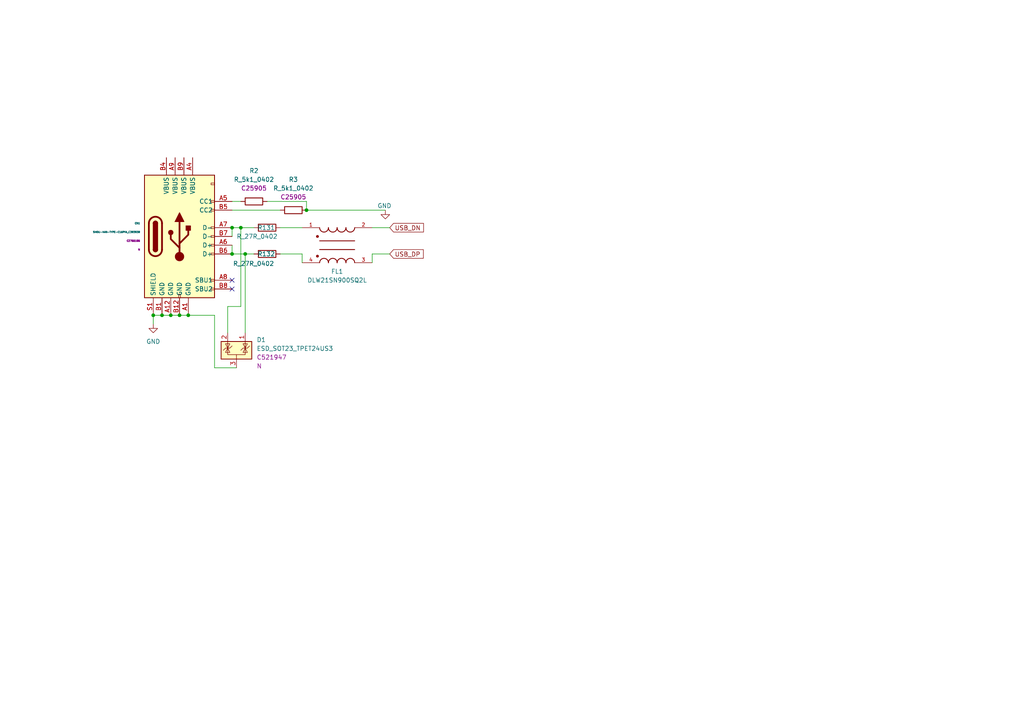
<source format=kicad_sch>
(kicad_sch (version 20250114) (generator "eeschema") (generator_version "9.0")
  (paper "A4")
  (lib_symbols
    (symbol "Skrubis:ESD_SOT23_TPET24US3" (pin_names (hide yes))
      (property "Reference" "D?" (at 6.35 1.2701 0))
      (property "Value" "ESD_SOT23_TPET24US3" (at 6.35 -1.2699 0))
      (property "LCSC" "C521947" (at 10.16 5.08 0))
      (property "STOCK" "N" (at 0 0 0))
      (symbol "ESD_SOT23_TPET24US3_0_0"
        (pin passive line (at 0 -5.08 90) (length 2.54) (name "A") (number "3"))
      )
      (symbol "ESD_SOT23_TPET24US3_0_1"
        (rectangle (start -4.445 2.54) (end 4.445 -2.54) (stroke (width 0.254)) (fill (type background)))
        (polyline (pts (xy -3.81 1.27) (xy -3.175 0.635) (xy -1.905 0.635) (xy -1.27 0)))
        (polyline (pts (xy -2.54 2.54) (xy -2.54 0.635)))
        (polyline (pts (xy -2.54 0.635) (xy -2.54 -1.27) (xy 2.54 -1.27) (xy 2.54 0.635)))
        (polyline (pts (xy -2.54 0.635) (xy -1.905 -0.635) (xy -3.175 -0.635) (xy -2.54 0.635)))
        (polyline (pts (xy -2.54 0.635) (xy -3.175 1.905) (xy -1.905 1.905) (xy -2.54 0.635) (xy -2.54 1.27)))
        (polyline (pts (xy 0 -1.27) (xy 0 -2.54)))
        (polyline (pts (xy 1.27 1.27) (xy 1.905 0.635) (xy 2.54 0.635) (xy 3.175 0.635) (xy 3.81 0)))
        (polyline (pts (xy 2.54 2.54) (xy 2.54 0.635)))
        (polyline (pts (xy 2.54 0.635) (xy 1.905 -0.635) (xy 3.175 -0.635) (xy 2.54 0.635)))
        (polyline (pts (xy 2.54 0.635) (xy 3.175 1.905) (xy 1.905 1.905) (xy 2.54 0.635)))
      )
      (symbol "ESD_SOT23_TPET24US3_1_1"
        (pin passive line (at -2.54 5.08 270) (length 2.54) (name "K") (number "1"))
        (pin passive line (at 2.54 5.08 270) (length 2.54) (name "K") (number "2"))
      )
    )
    (symbol "Skrubis:R_1M_0603" (pin_numbers (hide yes)) (pin_names (offset 0))
      (property "Reference" "R?" (at 0 8.89 90))
      (property "Value" "R_1M_0603" (at 0 6.35 90))
      (property "LCSC" "C3017671" (at 0 3.81 90))
      (property "STOCK" "N" (at 0 0 0))
      (symbol "R_1M_0603_0_1"
        (rectangle (start -1.016 -2.54) (end 1.016 2.54) (stroke (width 0.254)))
      )
      (symbol "R_1M_0603_1_1"
        (pin passive line (at 0 3.81 270) (length 1.27) (name "~") (number "1"))
        (pin passive line (at 0 -3.81 90) (length 1.27) (name "~") (number "2"))
      )
    )
    (symbol "Skrubis:R_5k1_0603" (pin_numbers (hide yes)) (pin_names (offset 0))
      (property "Reference" "R?" (at 2.54 1.2701 0))
      (property "Value" "R_5k1_0603" (at 2.54 -1.2699 0))
      (property "LCSC" "C2907044" (at 0 0 0))
      (symbol "R_5k1_0603_0_1"
        (rectangle (start -1.016 -2.54) (end 1.016 2.54) (stroke (width 0.254)))
      )
      (symbol "R_5k1_0603_1_1"
        (pin passive line (at 0 3.81 270) (length 1.27) (name "~") (number "1"))
        (pin passive line (at 0 -3.81 90) (length 1.27) (name "~") (number "2"))
      )
    )
    (symbol "Skrubis:SHOU-HAN-TYPE-C16PIN_C393939"
      (property "Reference" "CN" (at -15.24 0 90))
      (property "Value" "SHOU-HAN-TYPE-C16PIN_C393939" (at -12.7 1.27 90))
      (property "LCSC" "C393939" (at 8.89 19.05 0))
      (property "Stock" "N" (at 10.16 16.51 0))
      (symbol "SHOU-HAN-TYPE-C16PIN_C393939_0_0"
        (rectangle (start -1.524 -17.78) (end -1.016 -16.764))
        (rectangle (start 8.89 15.494) (end 7.874 14.986))
        (rectangle (start 8.89 10.414) (end 7.874 9.906))
        (rectangle (start 8.89 7.874) (end 7.874 7.366))
        (rectangle (start 8.89 2.794) (end 7.874 2.286))
        (rectangle (start 8.89 0.254) (end 7.874 -0.254))
        (rectangle (start 8.89 -2.286) (end 7.874 -2.794))
        (rectangle (start 8.89 -4.826) (end 7.874 -5.334))
        (rectangle (start 8.89 -12.446) (end 7.874 -12.954))
        (rectangle (start 8.89 -14.986) (end 7.874 -15.494))
      )
      (symbol "SHOU-HAN-TYPE-C16PIN_C393939_0_1"
        (rectangle (start -11.43 17.78) (end 8.89 -17.78) (stroke (width 0.254)) (fill (type background)))
        (polyline (pts (xy -10.16 -3.81) (xy -10.16 3.81)) (stroke (width 0.508)))
        (rectangle (start -8.89 -3.81) (end -7.62 3.81) (stroke (width 0.254)) (fill (type outline)))
        (arc (start -8.89 3.81) (mid -8.255 4.4422) (end -7.62 3.81) (stroke (width 0.254)))
        (arc (start -8.89 3.81) (mid -8.255 4.4422) (end -7.62 3.81) (stroke (width 0.254)) (fill (type outline)))
        (arc (start -10.16 3.81) (mid -8.255 5.7066) (end -6.35 3.81) (stroke (width 0.508)))
        (arc (start -6.35 -3.81) (mid -8.255 -5.7066) (end -10.16 -3.81) (stroke (width 0.508)))
        (arc (start -7.62 -3.81) (mid -8.255 -4.4422) (end -8.89 -3.81) (stroke (width 0.254)))
        (arc (start -7.62 -3.81) (mid -8.255 -4.4422) (end -8.89 -3.81) (stroke (width 0.254)) (fill (type outline)))
        (polyline (pts (xy -6.35 3.81) (xy -6.35 -3.81)) (stroke (width 0.508)))
        (circle (center -3.81 1.143) (radius 0.635) (stroke (width 0.254)) (fill (type outline)))
        (polyline (pts (xy -2.54 4.318) (xy -1.27 6.858) (xy 0 4.318) (xy -2.54 4.318)) (stroke (width 0.254)) (fill (type outline)))
        (polyline (pts (xy -1.27 -2.032) (xy 1.27 0.508) (xy 1.27 1.778)) (stroke (width 0.508)))
        (polyline (pts (xy -1.27 -3.302) (xy -3.81 -0.762) (xy -3.81 0.508)) (stroke (width 0.508)))
        (circle (center -1.27 -5.842) (radius 1.27) (fill (type outline)))
        (polyline (pts (xy -1.27 -5.842) (xy -1.27 4.318)) (stroke (width 0.508)))
        (rectangle (start 0.635 1.778) (end 1.905 3.048) (stroke (width 0.254)) (fill (type outline)))
      )
      (symbol "SHOU-HAN-TYPE-C16PIN_C393939_1_1"
        (pin passive line (at -8.89 -22.86 90) (length 5.08) (name "SHIELD") (number "S1"))
        (pin passive line (at -6.35 -22.86 90) (length 5.08) (name "GND") (number "B1"))
        (pin passive line (at -5.08 22.86 270) (length 5.08) (name "VBUS") (number "B4"))
        (pin passive line (at -3.81 -22.86 90) (length 5.08) (name "GND") (number "A12"))
        (pin passive line (at -2.54 22.86 270) (length 5.08) (name "VBUS") (number "A9"))
        (pin passive line (at -1.27 -22.86 90) (length 5.08) (name "GND") (number "B12"))
        (pin passive line (at 0 22.86 270) (length 5.08) (name "VBUS") (number "B9"))
        (pin passive line (at 1.27 -22.86 90) (length 5.08) (name "GND") (number "A1"))
        (pin passive line (at 2.54 22.86 270) (length 5.08) (name "VBUS") (number "A4"))
        (pin bidirectional line (at 13.97 10.16 180) (length 5.08) (name "CC1") (number "A5"))
        (pin bidirectional line (at 13.97 7.62 180) (length 5.08) (name "CC2") (number "B5"))
        (pin bidirectional line (at 13.97 2.54 180) (length 5.08) (name "D-") (number "A7"))
        (pin bidirectional line (at 13.97 0 180) (length 5.08) (name "D-") (number "B7"))
        (pin bidirectional line (at 13.97 -2.54 180) (length 5.08) (name "D+") (number "A6"))
        (pin bidirectional line (at 13.97 -5.08 180) (length 5.08) (name "D+") (number "B6"))
        (pin bidirectional line (at 13.97 -12.7 180) (length 5.08) (name "SBU1") (number "A8"))
        (pin bidirectional line (at 13.97 -15.24 180) (length 5.08) (name "SBU2") (number "B8"))
      )
    )
    (symbol "power:GND" (power) (pin_names (offset 0))
      (property "Value" "GND" (at 0 -3.81 0))
      (symbol "GND_0_1"
        (polyline (pts (xy 0 0) (xy 0 -1.27) (xy 1.27 -1.27) (xy 0 -2.54) (xy -1.27 -1.27) (xy 0 -1.27)))
      )
      (symbol "GND_1_1"
        (pin power_in line (at 0 0 270) (length 0) (hide yes) (name "GND") (number "1"))
      )
    )
    (symbol "sensehalo:DLW21SN900SQ2L" (pin_names (offset 1.016))
      (property "Reference" "FL" (at -5.08 6.35 0))
      (property "Value" "DLW21SN900SQ2L" (at -5.08 -6.35 0))
      (symbol "DLW21SN900SQ2L_0_0"
        (circle (center -5.715 2.54) (radius 0.2032) (stroke (width 0.4064)))
        (circle (center -5.715 -3.175) (radius 0.2032) (stroke (width 0.4064)))
        (polyline (pts (xy -5.08 -1.27) (xy 5.08 -1.27)) (stroke (width 0.254)))
        (arc (start -2.54 5.08) (mid -3.81 3.8155) (end -5.08 5.08) (stroke (width 0.254)))
        (arc (start -5.08 -5.08) (mid -3.81 -3.8155) (end -2.54 -5.08) (stroke (width 0.254)))
        (arc (start 0 5.08) (mid -1.27 3.8155) (end -2.54 5.08) (stroke (width 0.254)))
        (arc (start -2.54 -5.08) (mid -1.27 -3.8155) (end 0 -5.08) (stroke (width 0.254)))
        (arc (start 2.54 5.08) (mid 1.27 3.8155) (end 0 5.08) (stroke (width 0.254)))
        (arc (start 0 -5.08) (mid 1.27 -3.8155) (end 2.54 -5.08) (stroke (width 0.254)))
        (arc (start 5.08 5.08) (mid 3.81 3.8155) (end 2.54 5.08) (stroke (width 0.254)))
        (arc (start 2.54 -5.08) (mid 3.81 -3.8155) (end 5.08 -5.08) (stroke (width 0.254)))
        (polyline (pts (xy 5.08 1.27) (xy -5.08 1.27)) (stroke (width 0.254)))
        (pin passive line (at -10.16 5.08 0) (length 5.08) (name "~") (number "1"))
        (pin passive line (at -10.16 -5.08 0) (length 5.08) (name "~") (number "4"))
        (pin passive line (at 10.16 5.08 180) (length 5.08) (name "~") (number "2"))
        (pin passive line (at 10.16 -5.08 180) (length 5.08) (name "~") (number "3"))
      )
    )
  )
  (junction (at 54.61 91.44))
  (junction (at 44.45 91.44))
  (junction (at 67.31 73.66))
  (junction (at 71.12 73.66))
  (junction (at 69.85 66.04))
  (junction (at 67.31 66.04))
  (junction (at 88.9 60.96))
  (junction (at 49.53 91.44))
  (junction (at 46.99 91.44))
  (junction (at 52.07 91.44))
  (no_connect (at 67.31 81.28))
  (no_connect (at 67.31 83.82))
  (wire (pts (xy 67.31 66.04) (xy 67.31 68.58)))
  (wire (pts (xy 62.23 91.44) (xy 62.23 106.68)))
  (wire (pts (xy 88.9 60.96) (xy 111.76 60.96)))
  (wire (pts (xy 107.95 73.66) (xy 113.03 73.66)))
  (wire (pts (xy 67.31 71.12) (xy 67.31 73.66)))
  (wire (pts (xy 67.31 66.04) (xy 69.85 66.04)))
  (wire (pts (xy 67.31 58.42) (xy 69.85 58.42)))
  (wire (pts (xy 81.28 66.04) (xy 87.63 66.04)))
  (wire (pts (xy 81.28 73.66) (xy 87.63 73.66)))
  (wire (pts (xy 52.07 91.44) (xy 54.61 91.44)))
  (wire (pts (xy 69.85 88.9) (xy 69.85 66.04)))
  (wire (pts (xy 107.95 66.04) (xy 113.03 66.04)))
  (wire (pts (xy 46.99 91.44) (xy 49.53 91.44)))
  (wire (pts (xy 69.85 66.04) (xy 73.66 66.04)))
  (wire (pts (xy 49.53 91.44) (xy 52.07 91.44)))
  (wire (pts (xy 54.61 91.44) (xy 62.23 91.44)))
  (wire (pts (xy 88.9 58.42) (xy 88.9 60.96)))
  (wire (pts (xy 87.63 73.66) (xy 87.63 76.2)))
  (wire (pts (xy 77.47 58.42) (xy 88.9 58.42)))
  (wire (pts (xy 66.04 96.52) (xy 66.04 88.9)))
  (wire (pts (xy 67.31 60.96) (xy 81.28 60.96)))
  (wire (pts (xy 62.23 106.68) (xy 68.58 106.68)))
  (wire (pts (xy 67.31 73.66) (xy 71.12 73.66)))
  (wire (pts (xy 44.45 93.98) (xy 44.45 91.44)))
  (wire (pts (xy 71.12 73.66) (xy 71.12 96.52)))
  (wire (pts (xy 71.12 73.66) (xy 73.66 73.66)))
  (wire (pts (xy 66.04 88.9) (xy 69.85 88.9)))
  (wire (pts (xy 44.45 91.44) (xy 46.99 91.44)))
  (wire (pts (xy 107.95 76.2) (xy 107.95 73.66)))
  (global_label "USB_DP" (shape input) (at 113.03 73.66 0) (property "Intersheetrefs" "${INTERSHEET_REFS}" (effects (hide yes))))
  (global_label "USB_DN" (shape input) (at 113.03 66.04 0) (property "Intersheetrefs" "${INTERSHEET_REFS}" (effects (hide yes))))
  (symbol (lib_id "power:GND") (at 44.45 93.98 0) (unit 1)
    (property "Reference" "#PWR04" (effects (hide yes)))
    (property "Value" "GND" (at 44.45 99.06 0))
  )
  (symbol (lib_id "Skrubis:R_1M_0603") (at 77.47 66.04 270) (mirror x) (unit 1)
    (property "Reference" "R131" (at 74.676 66.04 90) (effects (justify left)))
    (property "Value" "R_27R_0402" (at 68.58 68.58 90) (effects (justify left)))
    (property "Footprint" "Resistor_SMD:R_0402_1005Metric" (effects (hide yes)))
    (property "LCSC" "C138021" (effects (hide yes)))
  )
  (symbol (lib_id "sensehalo:DLW21SN900SQ2L") (at 97.79 71.12 0) (unit 1)
    (property "Reference" "FL1" (at 97.79 78.74 0))
    (property "Value" "DLW21SN900SQ2L" (at 97.79 81.28 0))
    (property "Footprint" "sensehalo:FIL_DLW21SN900SQ2L" (effects (hide yes)))
    (property "Datasheet" "https://www.lcsc.com/datasheet/lcsc_datasheet_2410121525_Murata-Electronics-DLW21SN900SQ2L_C97856.pdf" (effects (hide yes)))
    (property "MF" "Murata" (effects (hide yes)))
    (property "MP" "DLW21SN900SQ2L" (effects (hide yes)))
    (property "MANUFACTURER" "Murata" (effects (hide yes)))
    (property "LCSC" "C97856" (effects (hide yes)))
  )
  (symbol (lib_id "Skrubis:SHOU-HAN-TYPE-C16PIN_C393939") (at 53.34 68.58 0) (unit 1)
    (property "Reference" "CN1" (at 40.64 64.7699 0) (effects (font (size 0.5 0.5)) (justify right)))
    (property "Value" "SHOU-HAN-TYPE-C16PIN_C393939" (at 40.64 67.3099 0) (effects (font (size 0.5 0.5)) (justify right)))
    (property "Footprint" "Connector_USB:USB_C_Receptacle_HCTL_HC-TYPE-C-16P-01A" (effects (hide yes)))
    (property "Datasheet" "https://datasheet.lcsc.com/lcsc/1912111437_SHOU-HAN-TYPE-C16PIN_C393939.pdf" (effects (hide yes)))
    (property "LCSC" "C2765186" (at 40.64 69.8499 0) (effects (font (size 0.5 0.5)) (justify right)))
    (property "Stock" "N" (at 40.64 72.3899 0) (effects (font (size 0.5 0.5)) (justify right)))
  )
  (symbol (lib_id "Skrubis:R_1M_0603") (at 77.47 73.66 270) (mirror x) (unit 1)
    (property "Reference" "R132" (at 74.676 73.66 90) (effects (justify left)))
    (property "Value" "R_27R_0402" (at 67.564 76.454 90) (effects (justify left)))
    (property "Footprint" "Resistor_SMD:R_0402_1005Metric" (effects (hide yes)))
    (property "LCSC" "C138021" (effects (hide yes)))
  )
  (symbol (lib_id "Skrubis:R_5k1_0603") (at 85.09 60.96 90) (unit 1)
    (property "Reference" "R3" (at 85.09 52.07 90))
    (property "Value" "R_5k1_0402" (at 85.09 54.61 90))
    (property "Footprint" "Resistor_SMD:R_0402_1005Metric" (effects (hide yes)))
    (property "LCSC" "C25905" (at 85.09 57.15 90))
  )
  (symbol (lib_id "Skrubis:R_5k1_0603") (at 73.66 58.42 90) (unit 1)
    (property "Reference" "R2" (at 73.66 49.53 90))
    (property "Value" "R_5k1_0402" (at 73.66 52.07 90))
    (property "Footprint" "Resistor_SMD:R_0402_1005Metric" (effects (hide yes)))
    (property "LCSC" "C25905" (at 73.66 54.61 90))
  )
  (symbol (lib_id "Skrubis:ESD_SOT23_TPET24US3") (at 68.58 101.6 0) (mirror y) (unit 1)
    (property "Reference" "D1" (at 74.422 98.552 0) (effects (justify right)))
    (property "Value" "ESD_SOT23_TPET24US3" (at 74.422 101.092 0) (effects (justify right)))
    (property "Footprint" "Package_TO_SOT_SMD:SOT-23" (effects (hide yes)))
    (property "Datasheet" "https://datasheet.lcsc.com/lcsc/2005131034_TECH-PUBLIC-TPET24US3_C521947.pdf" (effects (hide yes)))
    (property "LCSC" "C521947" (at 74.422 103.632 0) (effects (justify right)))
    (property "STOCK" "N" (at 74.422 106.172 0) (effects (justify right)))
  )
  (symbol (lib_id "power:GND") (at 111.76 60.96 0) (unit 1)
    (property "Reference" "#PWR05" (effects (hide yes)))
    (property "Value" "GND" (at 111.506 59.69 0))
  )
)
</source>
